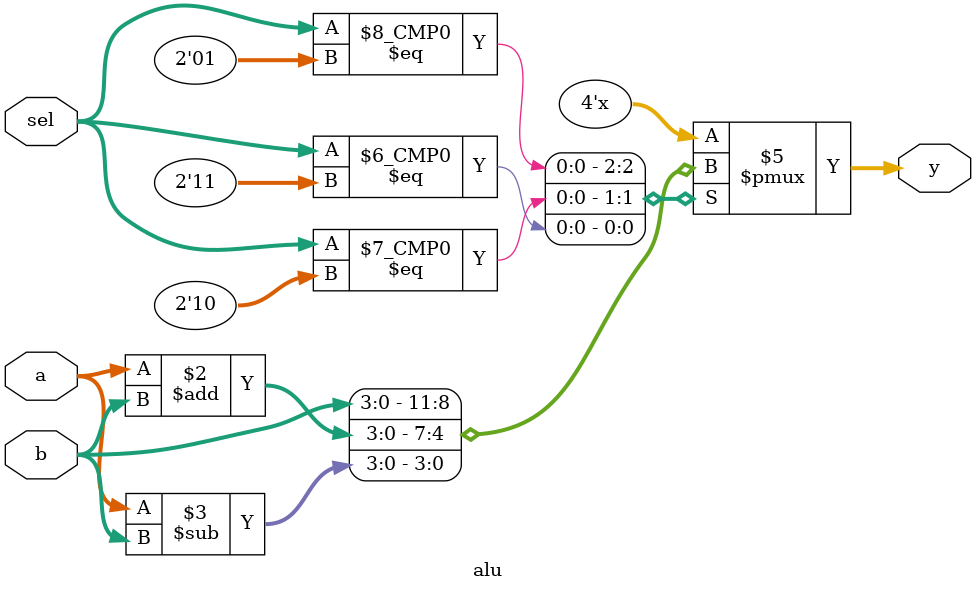
<source format=v>
`timescale 1ns/1ns

/* 課題(1)
	フラグ判定回路を追加
	フラグの出力ポートを追加
 */

module alu(a, b, sel, y);
	input  [3:0] a, b;
	input  [1:0] sel;
	output [3:0] y;
	reg    [3:0] y;

	always@(a or b or sel) begin
		case(sel)
			2'b01:   y <= b;
			2'b10:   y <= a + b;
			2'b11:   y <= a - b;
			default: y <= 4'bxxxx;
		endcase
	end
endmodule

</source>
